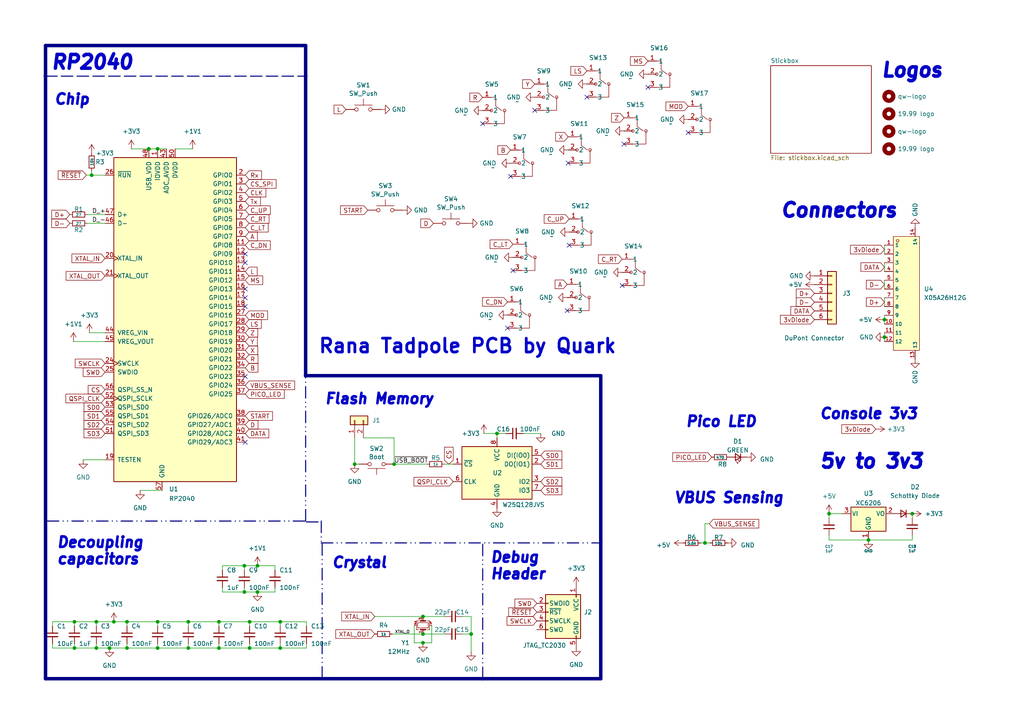
<source format=kicad_sch>
(kicad_sch (version 20230121) (generator eeschema)
  (paper "A4")
  (junction (at 136.652 183.896))
  (junction (at 13.208 22.098))
  (junction (at 81.28 187.96))
  (junction (at 122.682 183.896))
  (junction (at 256.54 92.71))
  (junction (at 63.5 187.96))
  (junction (at 26.5872 50.8))
  (junction (at 70.866 171.704))
  (junction (at 63.5 180.34))
  (junction (at 144.145 125.73))
  (junction (at 122.682 186.436))
  (junction (at 27.94 187.96))
  (junction (at 240.4618 148.9964) (diameter 0.9144))
  (junction (at 43.18 43.18))
  (junction (at 140.001 196.85))
  (junction (at 21.59 187.96))
  (junction (at 74.676 171.704))
  (junction (at 45.72 43.18))
  (junction (at 114.3 134.62))
  (junction (at 36.83 187.96))
  (junction (at 264.5918 148.9964))
  (junction (at 256.54 97.79))
  (junction (at 21.59 180.34))
  (junction (at 33.02 180.34))
  (junction (at 54.61 187.96))
  (junction (at 88.646 108.966))
  (junction (at 27.94 180.34))
  (junction (at 72.39 180.34))
  (junction (at 70.866 164.084))
  (junction (at 102.87 134.62))
  (junction (at 174.244 157.4631))
  (junction (at 122.682 178.816))
  (junction (at 31.75 187.96))
  (junction (at 54.61 180.34))
  (junction (at 74.676 164.084))
  (junction (at 251.8918 156.6164) (diameter 0.9144))
  (junction (at 81.28 180.34))
  (junction (at 72.39 187.96))
  (junction (at 45.72 180.34))
  (junction (at 88.646 22.098))
  (junction (at 45.72 187.96))
  (junction (at 204.47 157.48))
  (junction (at 36.83 180.34))
  (no_connect (at 170.2308 28.1686))
  (no_connect (at 165.1 71.12))
  (no_connect (at 71.12 88.9))
  (no_connect (at 71.12 109.22))
  (no_connect (at 71.12 128.27))
  (no_connect (at 71.12 76.2))
  (no_connect (at 147.2184 95.1738))
  (no_connect (at 180.467 82.804))
  (no_connect (at 164.5158 90.0938))
  (no_connect (at 155.0924 32.004))
  (no_connect (at 181.0004 41.783))
  (no_connect (at 71.12 83.82))
  (no_connect (at 71.12 86.36))
  (no_connect (at 139.9794 35.8648))
  (no_connect (at 71.12 73.66))
  (no_connect (at 148.082 51.1556))
  (no_connect (at 164.7952 47.2948))
  (no_connect (at 187.9346 25.3238))
  (no_connect (at 199.6186 38.4556))
  (no_connect (at 148.7932 78.4606))
  (wire (pts (xy 31.75 187.96) (xy 36.83 187.96)))
  (wire (pts (xy 251.8918 156.6164) (xy 240.4618 156.6164)))
  (wire (pts (xy 74.676 164.084) (xy 79.756 164.084)))
  (bus (pts (xy 140.001 196.85) (xy 140.001 157.48)) (stroke (width 0) (type dash_dot_dot)))
  (wire (pts (xy 81.28 187.96) (xy 81.28 186.69)))
  (wire (pts (xy 72.39 187.96) (xy 72.39 186.69)))
  (wire (pts (xy 45.72 43.18) (xy 48.26 43.18)))
  (wire (pts (xy 30.48 99.06) (xy 21.3106 99.06)))
  (wire (pts (xy 64.516 171.704) (xy 70.866 171.704)))
  (bus (pts (xy 88.646 13.208) (xy 88.646 22.098)) (stroke (width 1)))
  (bus (pts (xy 13.208 22.098) (xy 88.646 22.098)) (stroke (width 0) (type dash)))
  (wire (pts (xy 70.866 164.084) (xy 64.516 164.084)))
  (wire (pts (xy 120.142 181.356) (xy 120.142 186.436)))
  (wire (pts (xy 64.516 170.434) (xy 64.516 171.704)))
  (wire (pts (xy 256.54 86.36) (xy 256.54 88.9)))
  (wire (pts (xy 36.83 187.96) (xy 45.72 187.96)))
  (bus (pts (xy 174.244 157.4631) (xy 174.244 157.48)))
  (wire (pts (xy 36.83 187.96) (xy 36.83 186.69)))
  (wire (pts (xy 63.5 187.96) (xy 72.39 187.96)))
  (wire (pts (xy 26.5872 50.8) (xy 30.48 50.8)))
  (bus (pts (xy 13.208 196.85) (xy 140.001 196.85)) (stroke (width 1)))
  (wire (pts (xy 15.24 180.34) (xy 21.59 180.34)))
  (wire (pts (xy 54.61 187.96) (xy 63.5 187.96)))
  (bus (pts (xy 93.1852 151.13) (xy 93.1852 157.4631)) (stroke (width 0) (type dash_dot_dot)))
  (bus (pts (xy 174.244 157.4631) (xy 174.244 108.966)) (stroke (width 1)))
  (wire (pts (xy 72.39 187.96) (xy 81.28 187.96)))
  (wire (pts (xy 256.54 96.52) (xy 256.54 97.79)))
  (bus (pts (xy 88.646 151.13) (xy 88.646 108.966)) (stroke (width 0) (type dash_dot_dot)))
  (wire (pts (xy 125.222 181.356) (xy 125.222 186.436)))
  (wire (pts (xy 54.61 180.34) (xy 54.61 181.61)))
  (wire (pts (xy 74.676 164.084) (xy 70.866 164.084)))
  (wire (pts (xy 33.02 180.34) (xy 36.83 180.34)))
  (wire (pts (xy 54.61 186.69) (xy 54.61 187.96)))
  (wire (pts (xy 114.3 127) (xy 114.3 134.62)))
  (bus (pts (xy 93.4392 157.7171) (xy 93.4392 197.104)) (stroke (width 0) (type dash_dot_dot)))
  (bus (pts (xy 13.716 151.13) (xy 88.646 151.13)) (stroke (width 0) (type dash_dot_dot)))
  (wire (pts (xy 54.61 180.34) (xy 63.5 180.34)))
  (wire (pts (xy 72.39 180.34) (xy 81.28 180.34)))
  (wire (pts (xy 25.9334 96.52) (xy 30.48 96.52)))
  (wire (pts (xy 43.18 43.18) (xy 45.72 43.18)))
  (wire (pts (xy 134.112 178.816) (xy 136.652 178.816)))
  (wire (pts (xy 205.74 151.892) (xy 204.47 151.892)))
  (bus (pts (xy 88.9 151.384) (xy 93.4392 151.384)) (stroke (width 0) (type dash_dot_dot)))
  (wire (pts (xy 240.4618 148.9964) (xy 240.4618 150.2664)))
  (wire (pts (xy 70.866 164.084) (xy 70.866 165.354)))
  (wire (pts (xy 204.47 157.48) (xy 205.9178 157.48)))
  (wire (pts (xy 88.9 187.96) (xy 81.28 187.96)))
  (wire (pts (xy 63.5 180.34) (xy 72.39 180.34)))
  (wire (pts (xy 27.94 180.34) (xy 21.59 180.34)))
  (wire (pts (xy 74.676 171.704) (xy 79.756 171.704)))
  (wire (pts (xy 136.652 183.896) (xy 134.112 183.896)))
  (wire (pts (xy 120.142 186.436) (xy 122.682 186.436)))
  (wire (pts (xy 102.87 134.62) (xy 104.14 134.62)))
  (wire (pts (xy 102.87 127) (xy 102.87 134.62)))
  (bus (pts (xy 13.208 13.208) (xy 88.646 13.208)) (stroke (width 1)))
  (wire (pts (xy 27.94 187.96) (xy 31.75 187.96)))
  (wire (pts (xy 105.41 127) (xy 114.3 127)))
  (wire (pts (xy 70.866 170.434) (xy 70.866 171.704)))
  (wire (pts (xy 240.4618 155.3464) (xy 240.4618 156.6164)))
  (wire (pts (xy 256.54 76.2) (xy 256.54 78.74)))
  (wire (pts (xy 50.8 43.18) (xy 55.88 43.18)))
  (wire (pts (xy 45.72 180.34) (xy 45.72 181.61)))
  (wire (pts (xy 15.24 181.61) (xy 15.24 180.34)))
  (bus (pts (xy 13.208 22.098) (xy 13.208 196.85)) (stroke (width 1)))
  (wire (pts (xy 128.905 134.62) (xy 131.445 134.62)))
  (wire (pts (xy 140.335 125.73) (xy 144.145 125.73)))
  (wire (pts (xy 256.54 71.12) (xy 256.54 73.66)))
  (wire (pts (xy 108.712 178.816) (xy 122.682 178.816)))
  (bus (pts (xy 93.1852 157.4631) (xy 174.244 157.4631)) (stroke (width 0) (type dash_dot_dot)))
  (wire (pts (xy 25.3492 64.77) (xy 30.48 64.77)))
  (wire (pts (xy 27.94 180.34) (xy 33.02 180.34)))
  (wire (pts (xy 63.5 186.69) (xy 63.5 187.96)))
  (wire (pts (xy 125.222 186.436) (xy 122.682 186.436)))
  (wire (pts (xy 45.72 187.96) (xy 45.72 186.69)))
  (wire (pts (xy 45.72 187.96) (xy 54.61 187.96)))
  (wire (pts (xy 136.652 183.896) (xy 136.652 188.976)))
  (wire (pts (xy 26.5872 49.53) (xy 26.5872 50.8)))
  (wire (pts (xy 81.28 180.34) (xy 88.9 180.34)))
  (wire (pts (xy 38.1 43.18) (xy 43.18 43.18)))
  (wire (pts (xy 129.032 183.896) (xy 122.682 183.896)))
  (wire (pts (xy 36.83 180.34) (xy 45.72 180.34)))
  (wire (pts (xy 15.24 187.96) (xy 21.59 187.96)))
  (bus (pts (xy 174.244 196.85) (xy 174.244 157.4631)) (stroke (width 1)))
  (wire (pts (xy 144.145 125.73) (xy 146.685 125.73)))
  (wire (pts (xy 79.756 171.704) (xy 79.756 170.434)))
  (wire (pts (xy 21.59 187.96) (xy 27.94 187.96)))
  (wire (pts (xy 151.765 125.73) (xy 156.845 125.73)))
  (wire (pts (xy 88.9 180.34) (xy 88.9 181.61)))
  (bus (pts (xy 88.646 108.966) (xy 174.244 108.966)) (stroke (width 1)))
  (wire (pts (xy 40.64 142.24) (xy 46.99 142.24)))
  (bus (pts (xy 140.001 196.85) (xy 174.244 196.85)) (stroke (width 1)))
  (wire (pts (xy 21.59 180.34) (xy 21.59 181.61)))
  (wire (pts (xy 24.13 133.35) (xy 30.48 133.35)))
  (wire (pts (xy 88.9 186.69) (xy 88.9 187.96)))
  (wire (pts (xy 36.83 180.34) (xy 36.83 181.61)))
  (wire (pts (xy 251.8918 156.6164) (xy 264.5918 156.6164)))
  (wire (pts (xy 204.47 151.892) (xy 204.47 157.48)))
  (wire (pts (xy 240.4618 148.9964) (xy 244.2718 148.9964)))
  (wire (pts (xy 63.5 180.34) (xy 63.5 181.61)))
  (wire (pts (xy 79.756 164.084) (xy 79.756 165.354)))
  (wire (pts (xy 64.516 164.084) (xy 64.516 165.354)))
  (bus (pts (xy 13.208 13.208) (xy 13.208 22.098)) (stroke (width 1)))
  (bus (pts (xy 88.646 22.098) (xy 88.646 108.966)) (stroke (width 1)))
  (wire (pts (xy 27.94 186.69) (xy 27.94 187.96)))
  (wire (pts (xy 144.145 125.73) (xy 144.145 127)))
  (wire (pts (xy 81.28 180.34) (xy 81.28 181.61)))
  (wire (pts (xy 70.866 171.704) (xy 74.676 171.704)))
  (wire (pts (xy 256.54 91.44) (xy 256.54 92.71)))
  (wire (pts (xy 122.682 183.896) (xy 113.792 183.896)))
  (wire (pts (xy 256.54 97.79) (xy 256.54 99.06)))
  (wire (pts (xy 15.24 186.69) (xy 15.24 187.96)))
  (wire (pts (xy 72.39 180.34) (xy 72.39 181.61)))
  (wire (pts (xy 21.59 186.69) (xy 21.59 187.96)))
  (wire (pts (xy 256.54 81.28) (xy 256.54 83.82)))
  (wire (pts (xy 114.3 134.62) (xy 123.825 134.62)))
  (wire (pts (xy 45.72 180.34) (xy 54.61 180.34)))
  (wire (pts (xy 129.032 178.816) (xy 122.682 178.816)))
  (wire (pts (xy 25.0443 50.8) (xy 26.5872 50.8)))
  (wire (pts (xy 256.54 92.71) (xy 256.54 93.98)))
  (wire (pts (xy 264.5918 150.241) (xy 264.5918 148.9964)))
  (wire (pts (xy 136.652 178.816) (xy 136.652 183.896)))
  (wire (pts (xy 264.5918 155.321) (xy 264.5918 156.6164)))
  (wire (pts (xy 203.2 157.48) (xy 204.47 157.48)))
  (wire (pts (xy 25.3492 62.23) (xy 30.48 62.23)))
  (wire (pts (xy 27.94 180.34) (xy 27.94 181.61)))
  (text "Rana Tadpole PCB by Quark" (at 179.07 102.87 0) (effects (font (size 4 4) (thickness 0.8) bold) (justify right bottom)))
  (text "Console 3v3" (at 237.49 121.92 0) (effects (font (size 3 3) (thickness 2) bold italic) (justify left bottom)))
  (text "Logos" (at 255.27 22.86 0) (effects (font (size 4 4) (thickness 2) bold italic) (justify left bottom)))
  (text "5v to 3v3" (at 237.4138 136.2964 0) (effects (font (size 4 4) (thickness 2) bold italic) (justify left bottom)))
  (text "Decoupling\ncapacitors" (at 16.256 164.084 0) (effects (font (size 3 3) (thickness 2) bold italic) (justify left bottom)))
  (text "Flash Memory" (at 93.98 117.602 0) (effects (font (size 3 3) (thickness 2) bold italic) (justify left bottom)))
  (text "Crystal" (at 96.012 165.1 0) (effects (font (size 3 3) (thickness 2) bold italic) (justify left bottom)))
  (text "Chip" (at 15.494 30.734 0) (effects (font (size 3 3) (thickness 2) bold italic) (justify left bottom)))
  (text "Connectors" (at 226.06 63.5 0) (effects (font (size 4 4) (thickness 2) bold italic) (justify left bottom)))
  (text "Debug\nHeader" (at 141.986 168.402 0) (effects (font (size 3 3) (thickness 2) bold italic) (justify left bottom)))
  (text "VBUS Sensing" (at 195.326 146.304 0) (effects (font (size 3 3) (thickness 2) bold italic) (justify left bottom)))
  (text "RP2040" (at 14.478 20.574 0) (effects (font (size 4 4) (thickness 2) bold italic) (justify left bottom)))
  (text "Pico LED" (at 198.628 124.206 0) (effects (font (size 3 3) (thickness 2) bold italic) (justify left bottom)))
  (label "D_+" (at 26.67 62.23 0))
  (label "~{USB_BOOT}" (at 114.3 134.62 0))
  (label "D_-" (at 26.67 64.77 0))
  (label "XTAL_O" (at 118.872 183.896 180) (effects (font (size 0.8 0.8))))
  (global_label "SWD" (shape input) (at 30.48 107.95 180) (property "Intersheetrefs" "${INTERSHEET_REFS}" (effects hide)))
  (global_label "DATA" (shape input) (at 256.54 77.47 180) (property "Intersheetrefs" "${INTERSHEET_REFS}" (effects hide)))
  (global_label "R" (shape input) (at 71.12 104.14 0) (property "Intersheetrefs" "${INTERSHEET_REFS}" (effects hide)))
  (global_label "C_RT" (shape input) (at 71.12 63.5 0) (property "Intersheetrefs" "${INTERSHEET_REFS}" (effects hide)))
  (global_label "QSPI_CLK" (shape input) (at 131.445 139.7 180) (property "Intersheetrefs" "${INTERSHEET_REFS}" (effects hide)))
  (global_label "C_LT" (shape input) (at 148.7932 70.8406 180) (property "Intersheetrefs" "${INTERSHEET_REFS}" (effects hide)))
  (global_label "MS" (shape input) (at 187.9346 17.7038 180) (property "Intersheetrefs" "${INTERSHEET_REFS}" (effects hide)))
  (global_label "A" (shape input) (at 71.12 68.58 0) (property "Intersheetrefs" "${INTERSHEET_REFS}" (effects hide)))
  (global_label "CS" (shape input) (at 130.175 134.62 90) (property "Intersheetrefs" "${INTERSHEET_REFS}" (effects hide)))
  (global_label "Y" (shape input) (at 155.0924 24.384 180) (property "Intersheetrefs" "${INTERSHEET_REFS}" (effects hide)))
  (global_label "CLK" (shape input) (at 71.12 55.88 0) (property "Intersheetrefs" "${INTERSHEET_REFS}" (effects hide)))
  (global_label "Rx" (shape input) (at 71.12 50.8 0) (property "Intersheetrefs" "${INTERSHEET_REFS}" (effects hide)))
  (global_label "3vDiode" (shape input) (at 256.54 72.39 180) (property "Intersheetrefs" "${INTERSHEET_REFS}" (effects hide)))
  (global_label "Tx" (shape input) (at 71.12 58.42 0) (property "Intersheetrefs" "${INTERSHEET_REFS}" (effects hide)))
  (global_label "X" (shape input) (at 164.7952 39.6748 180) (property "Intersheetrefs" "${INTERSHEET_REFS}" (effects hide)))
  (global_label "Y" (shape input) (at 71.12 99.06 0) (property "Intersheetrefs" "${INTERSHEET_REFS}" (effects hide)))
  (global_label "B" (shape input) (at 71.12 106.68 0) (property "Intersheetrefs" "${INTERSHEET_REFS}" (effects hide)))
  (global_label "D" (shape input) (at 125.73 64.77 180) (property "Intersheetrefs" "${INTERSHEET_REFS}" (effects hide)))
  (global_label "SD3" (shape input) (at 156.845 142.24 0) (property "Intersheetrefs" "${INTERSHEET_REFS}" (effects hide)))
  (global_label "MS" (shape input) (at 71.12 81.28 0) (property "Intersheetrefs" "${INTERSHEET_REFS}" (effects hide)))
  (global_label "XTAL_IN" (shape input) (at 30.48 74.93 180) (property "Intersheetrefs" "${INTERSHEET_REFS}" (effects hide)))
  (global_label "LS" (shape input) (at 170.2308 20.5486 180) (property "Intersheetrefs" "${INTERSHEET_REFS}" (effects hide)))
  (global_label "R" (shape input) (at 139.9794 28.2448 180) (property "Intersheetrefs" "${INTERSHEET_REFS}" (effects hide)))
  (global_label "CS_SPI" (shape input) (at 71.12 53.34 0) (property "Intersheetrefs" "${INTERSHEET_REFS}" (effects hide)))
  (global_label "QSPI_CLK" (shape input) (at 30.48 115.57 180) (property "Intersheetrefs" "${INTERSHEET_REFS}" (effects hide)))
  (global_label "C_DN" (shape input) (at 147.2184 87.5538 180) (property "Intersheetrefs" "${INTERSHEET_REFS}" (effects hide)))
  (global_label "C_LT" (shape input) (at 71.12 66.04 0) (property "Intersheetrefs" "${INTERSHEET_REFS}" (effects hide)))
  (global_label "DATA" (shape input) (at 236.22 90.17 180) (property "Intersheetrefs" "${INTERSHEET_REFS}" (effects hide)))
  (global_label "3vDiode" (shape input) (at 236.22 92.71 180) (property "Intersheetrefs" "${INTERSHEET_REFS}" (effects hide)))
  (global_label "DATA" (shape input) (at 71.12 125.73 0) (property "Intersheetrefs" "${INTERSHEET_REFS}" (effects hide)))
  (global_label "C_RT" (shape input) (at 180.467 75.184 180) (property "Intersheetrefs" "${INTERSHEET_REFS}" (effects hide)))
  (global_label "START" (shape input) (at 106.68 60.96 180) (property "Intersheetrefs" "${INTERSHEET_REFS}" (effects hide)))
  (global_label "D-" (shape input) (at 20.2692 64.77 180) (property "Intersheetrefs" "${INTERSHEET_REFS}" (effects hide)))
  (global_label "D+" (shape input) (at 236.22 85.09 180) (property "Intersheetrefs" "${INTERSHEET_REFS}" (effects hide)))
  (global_label "VBUS_SENSE" (shape input) (at 71.12 111.76 0) (property "Intersheetrefs" "${INTERSHEET_REFS}" (effects hide)))
  (global_label "CS" (shape input) (at 30.48 113.03 180) (property "Intersheetrefs" "${INTERSHEET_REFS}" (effects hide)))
  (global_label "PICO_LED" (shape input) (at 71.12 114.3 0) (property "Intersheetrefs" "${INTERSHEET_REFS}" (effects hide)))
  (global_label "VBUS_SENSE" (shape input) (at 205.74 151.892 0) (property "Intersheetrefs" "${INTERSHEET_REFS}" (effects hide)))
  (global_label "SD3" (shape input) (at 30.48 125.73 180) (property "Intersheetrefs" "${INTERSHEET_REFS}" (effects hide)))
  (global_label "XTAL_OUT" (shape input) (at 108.712 183.896 180) (property "Intersheetrefs" "${INTERSHEET_REFS}" (effects hide)))
  (global_label "SD0" (shape input) (at 156.845 132.08 0) (property "Intersheetrefs" "${INTERSHEET_REFS}" (effects hide)))
  (global_label "START" (shape input) (at 71.12 120.65 0) (property "Intersheetrefs" "${INTERSHEET_REFS}" (effects hide)))
  (global_label "SWCLK" (shape input) (at 30.48 105.41 180) (property "Intersheetrefs" "${INTERSHEET_REFS}" (effects hide)))
  (global_label "SD1" (shape input) (at 30.48 120.65 180) (property "Intersheetrefs" "${INTERSHEET_REFS}" (effects hide)))
  (global_label "MOD" (shape input) (at 199.6186 30.8356 180) (property "Intersheetrefs" "${INTERSHEET_REFS}" (effects hide)))
  (global_label "SD2" (shape input) (at 156.845 139.7 0) (property "Intersheetrefs" "${INTERSHEET_REFS}" (effects hide)))
  (global_label "LS" (shape input) (at 71.12 93.98 0) (property "Intersheetrefs" "${INTERSHEET_REFS}" (effects hide)))
  (global_label "SWD" (shape input) (at 155.702 175.006 180) (property "Intersheetrefs" "${INTERSHEET_REFS}" (effects hide)))
  (global_label "C_UP" (shape input) (at 165.1 63.5 180) (property "Intersheetrefs" "${INTERSHEET_REFS}" (effects hide)))
  (global_label "XTAL_OUT" (shape input) (at 30.48 80.01 180) (property "Intersheetrefs" "${INTERSHEET_REFS}" (effects hide)))
  (global_label "L" (shape input) (at 71.12 78.74 0) (property "Intersheetrefs" "${INTERSHEET_REFS}" (effects hide)))
  (global_label "SD1" (shape input) (at 156.845 134.62 0) (property "Intersheetrefs" "${INTERSHEET_REFS}" (effects hide)))
  (global_label "C_DN" (shape input) (at 71.12 71.12 0) (property "Intersheetrefs" "${INTERSHEET_REFS}" (effects hide)))
  (global_label "SD2" (shape input) (at 30.48 123.19 180) (property "Intersheetrefs" "${INTERSHEET_REFS}" (effects hide)))
  (global_label "D+" (shape input) (at 20.2692 62.23 180) (property "Intersheetrefs" "${INTERSHEET_REFS}" (effects hide)))
  (global_label "C_UP" (shape input) (at 71.12 60.96 0) (property "Intersheetrefs" "${INTERSHEET_REFS}" (effects hide)))
  (global_label "XTAL_IN" (shape input) (at 108.712 178.816 180) (property "Intersheetrefs" "${INTERSHEET_REFS}" (effects hide)))
  (global_label "~{RESET}" (shape input) (at 155.702 177.546 180) (property "Intersheetrefs" "${INTERSHEET_REFS}" (effects hide)))
  (global_label "A" (shape input) (at 164.5158 82.4738 180) (property "Intersheetrefs" "${INTERSHEET_REFS}" (effects hide)))
  (global_label "L" (shape input) (at 100.33 31.75 180) (property "Intersheetrefs" "${INTERSHEET_REFS}" (effects hide)))
  (global_label "Z" (shape input) (at 71.12 96.52 0) (property "Intersheetrefs" "${INTERSHEET_REFS}" (effects hide)))
  (global_label "Z" (shape input) (at 181.0004 34.163 180) (property "Intersheetrefs" "${INTERSHEET_REFS}" (effects hide)))
  (global_label "3vDiode" (shape input) (at 254 124.46 180) (property "Intersheetrefs" "${INTERSHEET_REFS}" (effects hide)))
  (global_label "MOD" (shape input) (at 71.12 91.44 0) (property "Intersheetrefs" "${INTERSHEET_REFS}" (effects hide)))
  (global_label "B" (shape input) (at 148.082 43.5356 180) (property "Intersheetrefs" "${INTERSHEET_REFS}" (effects hide)))
  (global_label "D-" (shape input) (at 256.54 82.55 180) (property "Intersheetrefs" "${INTERSHEET_REFS}" (effects hide)))
  (global_label "D-" (shape input) (at 236.22 87.63 180) (property "Intersheetrefs" "${INTERSHEET_REFS}" (effects hide)))
  (global_label "D+" (shape input) (at 256.54 87.63 180) (property "Intersheetrefs" "${INTERSHEET_REFS}" (effects hide)))
  (global_label "D" (shape input) (at 71.12 123.19 0) (property "Intersheetrefs" "${INTERSHEET_REFS}" (effects hide)))
  (global_label "SWCLK" (shape input) (at 155.702 180.086 180) (property "Intersheetrefs" "${INTERSHEET_REFS}" (effects hide)))
  (global_label "PICO_LED" (shape input) (at 206.4258 132.588 180) (property "Intersheetrefs" "${INTERSHEET_REFS}" (effects hide)))
  (global_label "SD0" (shape input) (at 30.48 118.11 180) (property "Intersheetrefs" "${INTERSHEET_REFS}" (effects hide)))
  (global_label "~{RESET}" (shape input) (at 25.0443 50.8 180) (property "Intersheetrefs" "${INTERSHEET_REFS}" (effects hide)))
  (global_label "X" (shape input) (at 71.12 101.6 0) (property "Intersheetrefs" "${INTERSHEET_REFS}" (effects hide)))
  (symbol (lib_name "GND_1") (lib_id "power:GND") (at 187.9346 21.5138 270) (unit 1)
    (property "Reference" "#PWR034" (effects hide))
    (property "Value" "GND" (at 183.8452 21.5138 90) (effects (justify right)))
  )
  (symbol (lib_id "Mechanical:MountingHole") (at 257.81 43.18 0) (unit 1) (in_bom no)
    (property "Reference" "H4" (effects hide))
    (property "Value" "19.99 logo" (at 260.35 43.18 0) (effects (justify left)))
    (property "Footprint" "1999:1999 logo md" (effects hide))
  )
  (symbol (lib_id "Device:C_Small") (at 54.61 184.15 0) (unit 1)
    (property "Reference" "C6" (at 55.88 181.6099 0) (effects (justify left)))
    (property "Value" "100nF" (at 55.88 186.6899 0) (effects (justify left)))
    (property "Footprint" "Capacitor_SMD:C_0402_1005Metric" (effects hide))
    (property "LCSC" "C1525" (effects hide))
  )
  (symbol (lib_id "Device:C_Small") (at 63.5 184.15 0) (unit 1)
    (property "Reference" "C7" (at 64.77 181.6099 0) (effects (justify left)))
    (property "Value" "100nF" (at 64.77 186.6899 0) (effects (justify left)))
    (property "Footprint" "Capacitor_SMD:C_0402_1005Metric" (effects hide))
    (property "LCSC" "C1525" (effects hide))
  )
  (symbol (lib_id "Switch:SW_Push") (at 130.81 64.77 0) (unit 1)
    (property "Reference" "SW4" (at 130.81 57.7047 0))
    (property "Value" "SW_Push" (at 130.81 60.1289 0))
    (property "Footprint" "Button_Switch_THT:SW_PUSH_6mm_H5mm" (effects hide))
  )
  (symbol (lib_name "GND_1") (lib_id "power:GND") (at 139.9794 32.0548 270) (unit 1)
    (property "Reference" "#PWR018" (effects hide))
    (property "Value" "GND" (at 135.89 32.0548 90) (effects (justify right)))
  )
  (symbol (lib_name "GND_1") (lib_id "power:GND") (at 164.7952 43.4848 270) (unit 1)
    (property "Reference" "#PWR027" (effects hide))
    (property "Value" "GND" (at 160.7058 43.4848 90) (effects (justify right)))
  )
  (symbol (lib_id "Device:C_Small") (at 70.866 167.894 0) (unit 1)
    (property "Reference" "C9" (at 72.136 165.3539 0) (effects (justify left)))
    (property "Value" "100nF" (at 72.136 170.4339 0) (effects (justify left)))
    (property "Footprint" "Capacitor_SMD:C_0402_1005Metric" (effects hide))
    (property "LCSC" "C1525" (effects hide))
  )
  (symbol (lib_name "GND_1") (lib_id "power:GND") (at 265.43 66.04 180) (unit 1)
    (property "Reference" "#PWR047" (effects hide))
    (property "Value" "GND" (at 265.43 62.865 90) (effects (justify right)))
  )
  (symbol (lib_id "Device:C_Small") (at 81.28 184.15 0) (unit 1)
    (property "Reference" "C12" (at 82.55 181.6099 0) (effects (justify left)))
    (property "Value" "100nF" (at 82.55 186.6899 0) (effects (justify left)))
    (property "Footprint" "Capacitor_SMD:C_0402_1005Metric" (effects hide))
    (property "LCSC" "C1525" (effects hide))
  )
  (symbol (lib_id "Device:C_Small") (at 131.572 178.816 270) (mirror x) (unit 1)
    (property "Reference" "C14" (at 134.112 177.546 90))
    (property "Value" "22pF" (at 128.397 177.546 90))
    (property "Footprint" "Capacitor_SMD:C_0402_1005Metric" (effects hide))
    (property "LCSC" "C1555" (effects hide))
  )
  (symbol (lib_id "Connector_Generic:Conn_01x02") (at 102.87 121.92 90) (unit 1) (in_bom no)
    (property "Reference" "J1" (at 107.95 121.92 90) (effects (justify right)))
    (property "Value" "Conn_01x02" (effects hide))
    (property "Footprint" "Connector_PinHeader_2.54mm:PinHeader_1x02_P2.54mm_Vertical" (effects hide))
  )
  (symbol (lib_id "power:+3V3") (at 38.1 43.18 0) (unit 1)
    (property "Reference" "#PWR07" (effects hide))
    (property "Value" "+3V3" (at 38.1 38.1 0))
  )
  (symbol (lib_id "Device:C_Small") (at 131.572 183.896 270) (mirror x) (unit 1)
    (property "Reference" "C15" (at 134.112 182.626 90))
    (property "Value" "22pF" (at 128.397 182.626 90))
    (property "Footprint" "Capacitor_SMD:C_0402_1005Metric" (effects hide))
    (property "LCSC" "C1555" (effects hide))
  )
  (symbol (lib_id "power:GND") (at 216.5858 132.588 90) (unit 1)
    (property "Reference" "#PWR038" (effects hide))
    (property "Value" "GND" (at 220.3958 133.223 90) (effects (justify right)))
  )
  (symbol (lib_id "Switch:SW_Push") (at 111.76 60.96 0) (unit 1)
    (property "Reference" "SW3" (at 111.76 53.8947 0))
    (property "Value" "SW_Push" (at 111.76 56.3189 0))
    (property "Footprint" "Button_Switch_THT:SW_PUSH_6mm_H5mm" (effects hide))
  )
  (symbol (lib_name "GND_1") (lib_id "power:GND") (at 181.0004 37.973 270) (unit 1)
    (property "Reference" "#PWR033" (effects hide))
    (property "Value" "GND" (at 176.911 37.973 90) (effects (justify right)))
  )
  (symbol (lib_name "GND_1") (lib_id "power:GND") (at 256.54 97.79 270) (unit 1)
    (property "Reference" "#PWR045" (effects hide))
    (property "Value" "GND" (at 253.365 97.79 90) (effects (justify right)))
  )
  (symbol (lib_name "GND_1") (lib_id "power:GND") (at 236.22 80.01 270) (unit 1)
    (property "Reference" "#PWR039" (effects hide))
    (property "Value" "GND" (at 233.045 80.01 90) (effects (justify right)))
  )
  (symbol (lib_id "Device:R_Small") (at 208.9658 132.588 90) (unit 1)
    (property "Reference" "R8" (at 210.8765 134.6651 90) (effects (justify left)))
    (property "Value" "470" (at 210.0998 132.6996 90) (effects (font (size 0.8 0.8)) (justify left)))
    (property "Footprint" "Resistor_SMD:R_0402_1005Metric" (effects hide))
    (property "LCSC" "C25117" (effects hide))
  )
  (symbol (lib_id "Device:LED_Small") (at 214.0458 132.588 180) (unit 1)
    (property "Reference" "D1" (at 213.9823 128.016 0))
    (property "Value" "GREEN" (at 213.9823 130.556 0))
    (property "Footprint" "LED_SMD:LED_0805_2012Metric" (effects hide))
    (property "LCSC" "C84256" (effects hide))
  )
  (symbol (lib_id "Sleep-lib:RP2040") (at 50.8 93.98 0) (unit 1)
    (property "Reference" "U1" (at 49.0094 141.8495 0) (effects (justify left)))
    (property "Value" "RP2040" (at 49.0094 144.6246 0) (effects (justify left)))
    (property "Footprint" "qw-footprints:RP2040-QFN-56" (effects hide))
    (property "Datasheet" "https://datasheets.raspberrypi.com/rp2040/rp2040-datasheet.pdf" (effects hide))
    (property "LCSC" "C2040" (effects hide))
  )
  (symbol (lib_id "power:GND") (at 156.845 125.73 0) (unit 1)
    (property "Reference" "#PWR025" (effects hide))
    (property "Value" "GND" (at 161.925 125.73 0))
  )
  (symbol (lib_id "ranatadpole:RanaTadpole") (at 183.007 78.994 0) (unit 1)
    (property "Reference" "SW14" (at 181.0609 71.3948 0) (effects (justify left)))
    (property "Value" "~" (at 175.387 80.264 0))
    (property "Footprint" "Buttons:RanaTadpole" (effects hide))
    (property "LCSC" "C400256" (effects hide))
  )
  (symbol (lib_id "power:+5V") (at 236.22 82.55 90) (unit 1)
    (property "Reference" "#PWR040" (effects hide))
    (property "Value" "+5V" (at 232.664 82.55 90) (effects (justify left)))
  )
  (symbol (lib_id "power:GND") (at 251.8918 156.6164 0) (unit 1)
    (property "Reference" "#PWR042" (effects hide))
    (property "Value" "GND" (at 251.8918 159.7914 0) (effects (font (size 0.762 0.762))))
  )
  (symbol (lib_id "ranatadpole:RanaTadpole") (at 190.4746 21.5138 0) (unit 1)
    (property "Reference" "SW16" (at 188.5285 13.9146 0) (effects (justify left)))
    (property "Value" "~" (at 182.8546 22.7838 0))
    (property "Footprint" "Buttons:RanaTadpole" (effects hide))
    (property "LCSC" "C400256" (effects hide))
  )
  (symbol (lib_id "Device:R_Small") (at 22.8092 62.23 90) (unit 1)
    (property "Reference" "R1" (at 22.8092 60.6806 90))
    (property "Value" "27" (at 22.8092 62.3316 90) (effects (font (size 0.8 0.8))))
    (property "Footprint" "Resistor_SMD:R_0603_1608Metric" (effects hide))
    (property "LCSC" "C25190" (effects hide))
  )
  (symbol (lib_name "GND_1") (lib_id "power:GND") (at 116.84 60.96 90) (unit 1)
    (property "Reference" "#PWR014" (effects hide))
    (property "Value" "GND" (at 120.015 60.96 90) (effects (justify right)))
  )
  (symbol (lib_id "power:GND") (at 122.682 186.436 0) (mirror y) (unit 1)
    (property "Reference" "#PWR015" (effects hide))
    (property "Value" "GND" (at 122.682 191.516 0))
  )
  (symbol (lib_id "power:GND") (at 210.9978 157.48 90) (unit 1)
    (property "Reference" "#PWR037" (effects hide))
    (property "Value" "GND" (at 214.8078 158.115 90) (effects (justify right)))
  )
  (symbol (lib_name "GND_1") (lib_id "power:GND") (at 147.2184 91.3638 270) (unit 1)
    (property "Reference" "#PWR021" (effects hide))
    (property "Value" "GND" (at 143.129 91.3638 90) (effects (justify right)))
  )
  (symbol (lib_id "Device:C_Small") (at 21.59 184.15 0) (unit 1)
    (property "Reference" "C2" (at 22.86 181.6099 0) (effects (justify left)))
    (property "Value" "1uF" (at 22.86 186.6899 0) (effects (justify left)))
    (property "Footprint" "Capacitor_SMD:C_0402_1005Metric" (effects hide))
    (property "LCSC" "C52923" (effects hide))
  )
  (symbol (lib_name "GND_1") (lib_id "power:GND") (at 164.5158 86.2838 270) (unit 1)
    (property "Reference" "#PWR026" (effects hide))
    (property "Value" "GND" (at 160.4264 86.2838 90) (effects (justify right)))
  )
  (symbol (lib_id "Device:C_Small") (at 45.72 184.15 0) (unit 1)
    (property "Reference" "C5" (at 46.99 181.6099 0) (effects (justify left)))
    (property "Value" "100nF" (at 46.99 186.6899 0) (effects (justify left)))
    (property "Footprint" "Capacitor_SMD:C_0402_1005Metric" (effects hide))
    (property "LCSC" "C1525" (effects hide))
  )
  (symbol (lib_id "power:+1V1") (at 21.3106 99.06 0) (unit 1)
    (property "Reference" "#PWR01" (effects hide))
    (property "Value" "+1V1" (at 21.3106 93.98 0))
  )
  (symbol (lib_name "GND_1") (lib_id "power:GND") (at 155.0924 28.194 270) (unit 1)
    (property "Reference" "#PWR024" (effects hide))
    (property "Value" "GND" (at 151.003 28.194 90) (effects (justify right)))
  )
  (symbol (lib_name "GND_1") (lib_id "power:GND") (at 110.49 31.75 90) (unit 1)
    (property "Reference" "#PWR013" (effects hide))
    (property "Value" "GND" (at 113.665 31.75 90) (effects (justify right)))
  )
  (symbol (lib_id "Device:R_Small") (at 208.4578 157.48 90) (unit 1)
    (property "Reference" "R7" (at 209.7949 155.9071 90) (effects (justify left)))
    (property "Value" "10k" (at 209.5918 157.5916 90) (effects (font (size 0.8 0.8)) (justify left)))
    (property "Footprint" "Resistor_SMD:R_0603_1608Metric" (effects hide))
    (property "LCSC" "C25804" (effects hide))
  )
  (symbol (lib_id "Mechanical:MountingHole") (at 257.81 38.1 0) (unit 1) (in_bom no)
    (property "Reference" "H3" (effects hide))
    (property "Value" "qw-logo" (at 260.35 38.1 0) (effects (justify left)))
    (property "Footprint" "qw-logo:qw new logo silk + copper sm" (effects hide))
  )
  (symbol (lib_id "power:+5V") (at 256.54 92.71 90) (unit 1)
    (property "Reference" "#PWR044" (effects hide))
    (property "Value" "+5V" (at 252.984 92.71 90) (effects (justify left)))
  )
  (symbol (lib_id "Device:R_Small") (at 26.5872 46.99 0) (unit 1)
    (property "Reference" "R3" (at 27.6541 46.99 0) (effects (justify left)))
    (property "Value" "10k" (at 26.6635 48.1076 90) (effects (font (size 0.8 0.8)) (justify left)))
    (property "Footprint" "Resistor_SMD:R_0402_1005Metric" (effects hide))
    (property "LCSC" "C25744" (effects hide))
  )
  (symbol (lib_id "power:+3V3") (at 33.02 180.34 0) (unit 1)
    (property "Reference" "#PWR06" (effects hide))
    (property "Value" "+3V3" (at 33.02 175.26 0))
  )
  (symbol (lib_id "Device:C_Small") (at 264.5918 152.781 180) (unit 1)
    (property "Reference" "C18" (at 264.5918 158.496 0) (effects (font (size 0.762 0.762))))
    (property "Value" "1uF" (at 264.5918 159.766 0) (effects (font (size 0.762 0.762))))
    (property "Footprint" "Capacitor_SMD:C_0402_1005Metric" (effects hide))
    (property "LCSC" "C52923" (effects hide))
  )
  (symbol (lib_id "power:+3V3") (at 140.335 125.73 0) (unit 1)
    (property "Reference" "#PWR019" (effects hide))
    (property "Value" "+3V3" (at 136.525 125.73 0))
  )
  (symbol (lib_id "ranatadpole:RanaTadpole") (at 167.64 67.31 0) (unit 1)
    (property "Reference" "SW12" (at 165.6939 59.7108 0) (effects (justify left)))
    (property "Value" "~" (at 160.02 68.58 0))
    (property "Footprint" "Buttons:RanaTadpole" (effects hide))
    (property "LCSC" "C400256" (effects hide))
  )
  (symbol (lib_id "Device:C_Small") (at 149.225 125.73 90) (unit 1)
    (property "Reference" "C16" (at 147.9549 124.46 90) (effects (justify left)))
    (property "Value" "100nF" (at 156.8449 124.46 90) (effects (justify left)))
    (property "Footprint" "Capacitor_SMD:C_0402_1005Metric" (effects hide))
    (property "LCSC" "C1525" (effects hide))
  )
  (symbol (lib_id "marbastlib-various:JTAG_TC2030") (at 162.052 180.086 0) (unit 1) (in_bom no)
    (property "Reference" "J2" (at 169.3418 177.5459 0) (effects (justify left)))
    (property "Value" "JTAG_TC2030" (at 151.638 187.198 0) (effects (justify left)))
    (property "Footprint" "PCM_marbastlib-various:CON_TC2030_outlined" (effects hide))
    (property "Datasheet" " ~" (effects hide))
  )
  (symbol (lib_id "ranatadpole:RanaTadpole") (at 151.3332 74.6506 0) (unit 1)
    (property "Reference" "SW8" (at 149.3871 67.0514 0) (effects (justify left)))
    (property "Value" "~" (at 143.7132 75.9206 0))
    (property "Footprint" "Buttons:RanaTadpole" (effects hide))
    (property "LCSC" "C400256" (effects hide))
  )
  (symbol (lib_id "power:+3V3") (at 26.5872 44.45 0) (unit 1)
    (property "Reference" "#PWR04" (effects hide))
    (property "Value" "+3V3" (at 30.3972 44.45 0))
  )
  (symbol (lib_id "Device:R_Small") (at 126.365 134.62 90) (unit 1)
    (property "Reference" "R5" (at 126.3608 132.828 90))
    (property "Value" "1k" (at 126.3622 134.7009 90) (effects (font (size 0.8 0.8))))
    (property "Footprint" "Resistor_SMD:R_0402_1005Metric" (effects hide))
    (property "LCSC" "C11702" (effects hide))
  )
  (symbol (lib_id "Device:C_Small") (at 240.4618 152.8064 180) (unit 1)
    (property "Reference" "C17" (at 240.4618 158.5214 0) (effects (font (size 0.762 0.762))))
    (property "Value" "1uF" (at 240.4618 159.7914 0) (effects (font (size 0.762 0.762))))
    (property "Footprint" "Capacitor_SMD:C_0402_1005Metric" (effects hide))
    (property "LCSC" "C52923" (effects hide))
  )
  (symbol (lib_id "power:+3V3") (at 25.9334 96.52 0) (unit 1)
    (property "Reference" "#PWR03" (effects hide))
    (property "Value" "+3V3" (at 25.9334 91.44 0))
  )
  (symbol (lib_id "Device:C_Small") (at 36.83 184.15 0) (unit 1)
    (property "Reference" "C4" (at 38.1 181.6099 0) (effects (justify left)))
    (property "Value" "100nF" (at 38.1 186.6899 0) (effects (justify left)))
    (property "Footprint" "Capacitor_SMD:C_0402_1005Metric" (effects hide))
    (property "LCSC" "C1525" (effects hide))
  )
  (symbol (lib_name "GND_1") (lib_id "power:GND") (at 148.7932 74.6506 270) (unit 1)
    (property "Reference" "#PWR023" (effects hide))
    (property "Value" "GND" (at 144.7038 74.6506 90) (effects (justify right)))
  )
  (symbol (lib_id "Device:D_Small") (at 262.0518 148.9964 180) (unit 1)
    (property "Reference" "D2" (at 265.4046 141.2494 0))
    (property "Value" "Schottky Diode" (at 265.4046 143.7894 0))
    (property "Footprint" "Diode_SMD:D_SOD-123" (effects hide))
    (property "LCSC" "C8598" (effects hide))
  )
  (symbol (lib_name "GND_1") (lib_id "power:GND") (at 180.467 78.994 270) (unit 1)
    (property "Reference" "#PWR032" (effects hide))
    (property "Value" "GND" (at 176.3776 78.994 90) (effects (justify right)))
  )
  (symbol (lib_id "power:+3.3V") (at 264.5918 148.9964 270) (unit 1)
    (property "Reference" "#PWR046" (effects hide))
    (property "Value" "+3.3V" (at 268.224 148.9963 90) (effects (justify left)))
  )
  (symbol (lib_name "GND_1") (lib_id "power:GND") (at 148.082 47.3456 270) (unit 1)
    (property "Reference" "#PWR022" (effects hide))
    (property "Value" "GND" (at 143.9926 47.3456 90) (effects (justify right)))
  )
  (symbol (lib_id "ranatadpole:RanaTadpole") (at 167.3352 43.4848 0) (unit 1)
    (property "Reference" "SW11" (at 165.3891 35.8856 0) (effects (justify left)))
    (property "Value" "~" (at 159.7152 44.7548 0))
    (property "Footprint" "Buttons:RanaTadpole" (effects hide))
    (property "LCSC" "C400256" (effects hide))
  )
  (symbol (lib_id "power:+3V3") (at 254 124.46 270) (unit 1)
    (property "Reference" "#PWR043" (effects hide))
    (property "Value" "+3V3" (at 262.5344 124.46 90) (effects (justify right)))
  )
  (symbol (lib_id "power:+5V") (at 198.12 157.48 90) (unit 1)
    (property "Reference" "#PWR035" (effects hide))
    (property "Value" "+5V" (at 194.437 158.115 90) (effects (justify left)))
  )
  (symbol (lib_id "Device:C_Small") (at 72.39 184.15 0) (unit 1)
    (property "Reference" "C10" (at 73.66 181.6099 0) (effects (justify left)))
    (property "Value" "100nF" (at 73.66 186.6899 0) (effects (justify left)))
    (property "Footprint" "Capacitor_SMD:C_0402_1005Metric" (effects hide))
    (property "LCSC" "C1525" (effects hide))
  )
  (symbol (lib_id "Device:Crystal_GND24_Small") (at 122.682 181.356 270) (mirror x) (unit 1)
    (property "Reference" "Y1" (at 118.872 186.436 90) (effects (justify right)))
    (property "Value" "12MHz" (at 118.872 188.976 90) (effects (justify right)))
    (property "Footprint" "Crystal:Crystal_SMD_3225-4Pin_3.2x2.5mm" (effects hide))
    (property "LCSC" "C9002" (effects hide))
  )
  (symbol (lib_id "power:GND") (at 144.145 147.32 0) (unit 1)
    (property "Reference" "#PWR020" (effects hide))
    (property "Value" "GND" (at 144.145 152.4 0))
  )
  (symbol (lib_name "GND_1") (lib_id "power:GND") (at 170.2308 24.3586 270) (unit 1)
    (property "Reference" "#PWR031" (effects hide))
    (property "Value" "GND" (at 166.1414 24.3586 90) (effects (justify right)))
  )
  (symbol (lib_name "GND_1") (lib_id "power:GND") (at 199.6186 34.6456 270) (unit 1)
    (property "Reference" "#PWR036" (effects hide))
    (property "Value" "GND" (at 195.5292 34.6456 90) (effects (justify right)))
  )
  (symbol (lib_id "ranatadpole:RanaTadpole") (at 202.1586 34.6456 0) (unit 1)
    (property "Reference" "SW17" (at 200.2125 27.0464 0) (effects (justify left)))
    (property "Value" "~" (at 194.5386 35.9156 0))
    (property "Footprint" "Buttons:RanaTadpole" (effects hide))
    (property "LCSC" "C400256" (effects hide))
  )
  (symbol (lib_id "power:+5V") (at 240.4618 148.9964 0) (unit 1)
    (property "Reference" "#PWR041" (effects hide))
    (property "Value" "+5V" (at 240.4618 143.9164 0))
  )
  (symbol (lib_name "GND_1") (lib_id "power:GND") (at 265.43 104.14 0) (unit 1)
    (property "Reference" "#PWR048" (effects hide))
    (property "Value" "GND" (at 265.43 107.315 90) (effects (justify right)))
  )
  (symbol (lib_id "X05A26H12G:X05A26H12G") (at 261.62 85.09 0) (unit 1)
    (property "Reference" "U4" (at 267.97 83.82 0) (effects (justify left)))
    (property "Value" "X05A26H12G" (at 267.97 86.36 0) (effects (justify left)))
    (property "Footprint" "footprint:FPC-SMD_X05A26H12G" (effects hide))
    (property "Datasheet" "https://item.szlcsc.com/535993.html?ref=editor&logined=true" (effects hide))
    (property "LCSC" "C519263" (effects hide))
  )
  (symbol (lib_id "ranatadpole:RanaTadpole") (at 172.7708 24.3586 0) (unit 1)
    (property "Reference" "SW13" (at 170.8247 16.7594 0) (effects (justify left)))
    (property "Value" "~" (at 165.1508 25.6286 0))
    (property "Footprint" "Buttons:RanaTadpole" (effects hide))
    (property "LCSC" "C400256" (effects hide))
  )
  (symbol (lib_id "ranatadpole:RanaTadpole") (at 183.5404 37.973 0) (unit 1)
    (property "Reference" "SW15" (at 181.5943 30.3738 0) (effects (justify left)))
    (property "Value" "~" (at 175.9204 39.243 0))
    (property "Footprint" "Buttons:RanaTadpole" (effects hide))
    (property "LCSC" "C400256" (effects hide))
  )
  (symbol (lib_id "power:GND") (at 102.87 134.62 0) (unit 1)
    (property "Reference" "#PWR012" (effects hide))
    (property "Value" "GND" (at 102.87 139.7 0))
  )
  (symbol (lib_id "Device:C_Small") (at 64.516 167.894 0) (unit 1)
    (property "Reference" "C8" (at 65.786 165.3539 0) (effects (justify left)))
    (property "Value" "1uF" (at 65.786 170.4339 0) (effects (justify left)))
    (property "Footprint" "Capacitor_SMD:C_0402_1005Metric" (effects hide))
    (property "LCSC" "C52923" (effects hide))
  )
  (symbol (lib_id "power:GND") (at 24.13 133.35 0) (unit 1)
    (property "Reference" "#PWR02" (effects hide))
    (property "Value" "GND" (at 24.13 138.43 0))
  )
  (symbol (lib_id "Regulator_Linear:XC6206PxxxMR") (at 251.8918 148.9964 0) (unit 1)
    (property "Reference" "U3" (at 251.8918 143.1249 0))
    (property "Value" "XC6206" (at 251.8918 145.9 0))
    (property "Footprint" "Package_TO_SOT_SMD:SOT-23" (effects hide))
    (property "Datasheet" "https://www.torexsemi.com/file/xc6206/XC6206.pdf" (effects hide))
    (property "LCSC" "C5446" (effects hide))
  )
  (symbol (lib_id "Device:C_Small") (at 15.24 184.15 0) (unit 1)
    (property "Reference" "C1" (at 16.51 181.6099 0) (effects (justify left)))
    (property "Value" "10uF" (at 16.51 186.6899 0) (effects (justify left)))
    (property "Footprint" "Capacitor_SMD:C_0402_1005Metric" (effects hide))
    (property "LCSC" "C15525" (effects hide))
  )
  (symbol (lib_id "Device:C_Small") (at 27.94 184.15 0) (unit 1)
    (property "Reference" "C3" (at 29.21 181.6099 0) (effects (justify left)))
    (property "Value" "100nF" (at 29.21 186.6899 0) (effects (justify left)))
    (property "Footprint" "Capacitor_SMD:C_0402_1005Metric" (effects hide))
    (property "LCSC" "C1525" (effects hide))
  )
  (symbol (lib_id "power:+1V1") (at 74.676 164.084 0) (unit 1)
    (property "Reference" "#PWR010" (effects hide))
    (property "Value" "+1V1" (at 74.676 159.004 0))
  )
  (symbol (lib_id "ranatadpole:RanaTadpole") (at 150.622 47.3456 0) (unit 1)
    (property "Reference" "SW7" (at 148.6759 39.7464 0) (effects (justify left)))
    (property "Value" "~" (at 143.002 48.6156 0))
    (property "Footprint" "Buttons:RanaTadpole" (effects hide))
    (property "LCSC" "C400256" (effects hide))
  )
  (symbol (lib_name "GND_1") (lib_id "power:GND") (at 135.89 64.77 90) (unit 1)
    (property "Reference" "#PWR016" (effects hide))
    (property "Value" "GND" (at 139.065 64.77 90) (effects (justify right)))
  )
  (symbol (lib_id "Switch:SW_Push") (at 105.41 31.75 0) (unit 1)
    (property "Reference" "SW1" (at 105.41 24.6847 0))
    (property "Value" "SW_Push" (at 105.41 27.1089 0))
    (property "Footprint" "Connector_JST:JST_PH_S2B-PH-K_1x02_P2.00mm_Horizontal" (effects hide))
  )
  (symbol (lib_id "power:GND") (at 40.64 142.24 0) (unit 1)
    (property "Reference" "#PWR08" (effects hide))
    (property "Value" "GND" (at 40.64 147.32 0))
  )
  (symbol (lib_id "Memory_Flash:W25Q128JVS") (at 144.145 137.16 0) (unit 1)
    (property "Reference" "U2" (at 142.875 137.16 0) (effects (justify left)))
    (property "Value" "W25Q128JVS" (at 145.6648 146.4022 0) (effects (justify left)))
    (property "Footprint" "Package_SO:SOIC-8_5.23x5.23mm_P1.27mm" (effects hide))
    (property "Datasheet" "http://www.winbond.com/resource-files/w25q128jv_dtr%20revc%2003272018%20plus.pdf" (effects hide))
    (property "LCSC" "C97521" (effects hide))
  )
  (symbol (lib_id "Device:C_Small") (at 79.756 167.894 0) (unit 1)
    (property "Reference" "C11" (at 81.026 165.3539 0) (effects (justify left)))
    (property "Value" "100nF" (at 81.026 170.4339 0) (effects (justify left)))
    (property "Footprint" "Capacitor_SMD:C_0402_1005Metric" (effects hide))
    (property "LCSC" "C1525" (effects hide))
  )
  (symbol (lib_id "ranatadpole:RanaTadpole") (at 167.0558 86.2838 0) (unit 1)
    (property "Reference" "SW10" (at 165.1097 78.6846 0) (effects (justify left)))
    (property "Value" "~" (at 159.4358 87.5538 0))
    (property "Footprint" "Buttons:RanaTadpole" (effects hide))
    (property "LCSC" "C400256" (effects hide))
  )
  (symbol (lib_id "Device:R_Small") (at 200.66 157.48 90) (unit 1)
    (property "Reference" "R6" (at 201.9647 155.8771 90) (effects (justify left)))
    (property "Value" "5.6k" (at 202.0165 157.5469 90) (effects (font (size 0.8 0.8)) (justify left)))
    (property "Footprint" "Resistor_SMD:R_0603_1608Metric" (effects hide))
    (property "LCSC" "C23189" (effects hide))
  )
  (symbol (lib_name "GND_1") (lib_id "power:GND") (at 165.1 67.31 270) (unit 1)
    (property "Reference" "#PWR028" (effects hide))
    (property "Value" "GND" (at 161.0106 67.31 90) (effects (justify right)))
  )
  (symbol (lib_id "Connector_Generic:Conn_01x06") (at 241.3 85.09 0) (unit 1) (in_bom no)
    (property "Reference" "J3" (at 244.348 85.09 0) (effects (justify left)))
    (property "Value" "DuPont Connector" (at 227.457 98.044 0) (effects (justify left)))
    (property "Footprint" "Connector_PinHeader_2.54mm:PinHeader_1x06_P2.54mm_Vertical" (effects hide))
  )
  (symbol (lib_id "Mechanical:MountingHole") (at 257.81 27.94 0) (unit 1) (in_bom no)
    (property "Reference" "H1" (effects hide))
    (property "Value" "qw-logo" (at 260.35 27.94 0) (effects (justify left)))
    (property "Footprint" "qw-logo:qw new logo silk + copper sm" (effects hide))
  )
  (symbol (lib_id "ranatadpole:RanaTadpole") (at 157.6324 28.194 0) (unit 1)
    (property "Reference" "SW9" (at 155.6863 20.5948 0) (effects (justify left)))
    (property "Value" "~" (at 150.0124 29.464 0))
    (property "Footprint" "Buttons:RanaTadpole" (effects hide))
    (property "LCSC" "C400256" (effects hide))
  )
  (symbol (lib_id "power:GND") (at 74.676 171.704 0) (unit 1)
    (property "Reference" "#PWR011" (effects hide))
    (property "Value" "GND" (at 74.676 176.784 0))
  )
  (symbol (lib_id "Device:R_Small") (at 22.8092 64.77 90) (unit 1)
    (property "Reference" "R2" (at 22.8092 66.6496 90))
    (property "Value" "27" (at 22.8092 64.8716 90) (effects (font (size 0.8 0.8))))
    (property "Footprint" "Resistor_SMD:R_0603_1608Metric" (effects hide))
    (property "LCSC" "C25190" (effects hide))
  )
  (symbol (lib_id "power:GND") (at 31.75 187.96 0) (unit 1)
    (property "Reference" "#PWR05" (effects hide))
    (property "Value" "GND" (at 31.75 193.04 0))
  )
  (symbol (lib_id "power:+1V1") (at 55.88 43.18 0) (unit 1)
    (property "Reference" "#PWR09" (effects hide))
    (property "Value" "+1V1" (at 55.88 38.1 0))
  )
  (symbol (lib_id "Mechanical:MountingHole") (at 257.81 33.02 0) (unit 1) (in_bom no)
    (property "Reference" "H2" (effects hide))
    (property "Value" "19.99 logo" (at 260.35 33.02 0) (effects (justify left)))
    (property "Footprint" "1999:1999 logo md" (effects hide))
  )
  (symbol (lib_id "power:GND") (at 136.652 188.976 0) (mirror y) (unit 1)
    (property "Reference" "#PWR017" (effects hide))
    (property "Value" "GND" (at 136.652 194.056 0))
  )
  (symbol (lib_id "power:+3V3") (at 167.132 169.926 0) (unit 1)
    (property "Reference" "#PWR029" (effects hide))
    (property "Value" "+3V3" (at 167.132 164.846 0))
  )
  (symbol (lib_id "Switch:SW_Push") (at 109.22 134.62 180) (unit 1)
    (property "Reference" "SW2" (at 109.22 130.0947 0))
    (property "Value" "Boot" (at 109.22 132.5189 0))
    (property "Footprint" "Button_Switch_SMD:SW_SPST_SKQG_WithStem" (effects hide))
    (property "LCSC" "C202424" (effects hide))
  )
  (symbol (lib_id "ranatadpole:RanaTadpole") (at 142.5194 32.0548 0) (unit 1)
    (property "Reference" "SW5" (at 140.5733 24.4556 0) (effects (justify left)))
    (property "Value" "~" (at 134.8994 33.3248 0))
    (property "Footprint" "Buttons:RanaTadpole" (effects hide))
    (property "LCSC" "C400256" (effects hide))
  )
  (symbol (lib_id "Device:R_Small") (at 111.252 183.896 270) (mirror x) (unit 1)
    (property "Reference" "R4" (at 111.252 181.356 90))
    (property "Value" "1k" (at 111.252 183.9909 90) (effects (font (size 0.8 0.8))))
    (property "Footprint" "Resistor_SMD:R_0402_1005Metric" (effects hide))
    (property "LCSC" "C11702" (effects hide))
  )
  (symbol (lib_id "ranatadpole:RanaTadpole") (at 149.7584 91.3638 0) (unit 1)
    (property "Reference" "SW6" (at 147.8123 83.7646 0) (effects (justify left)))
    (property "Value" "~" (at 142.1384 92.6338 0))
    (property "Footprint" "Buttons:RanaTadpole" (effects hide))
  )
  (symbol (lib_id "Device:C_Small") (at 88.9 184.15 0) (unit 1)
    (property "Reference" "C13" (at 90.17 181.6099 0) (effects (justify left)))
    (property "Value" "100nF" (at 90.17 186.6899 0) (effects (justify left)))
    (property "Footprint" "Capacitor_SMD:C_0402_1005Metric" (effects hide))
    (property "LCSC" "C1525" (effects hide))
  )
  (symbol (lib_id "power:GND") (at 167.132 187.706 0) (unit 1)
    (property "Reference" "#PWR030" (effects hide))
    (property "Value" "GND" (at 167.132 192.786 0))
  )
  (sheet (at 223.52 19.05) (size 29.21 25.4) (stroke (width 0.1524))
    (property "Sheetname" "Stickbox" (at 223.52 18.3384 0) (effects (justify left bottom)))
    (property "Sheetfile" "stickbox.kicad_sch" (at 223.52 45.0346 0) (effects (justify left top)))
  )
)
</source>
